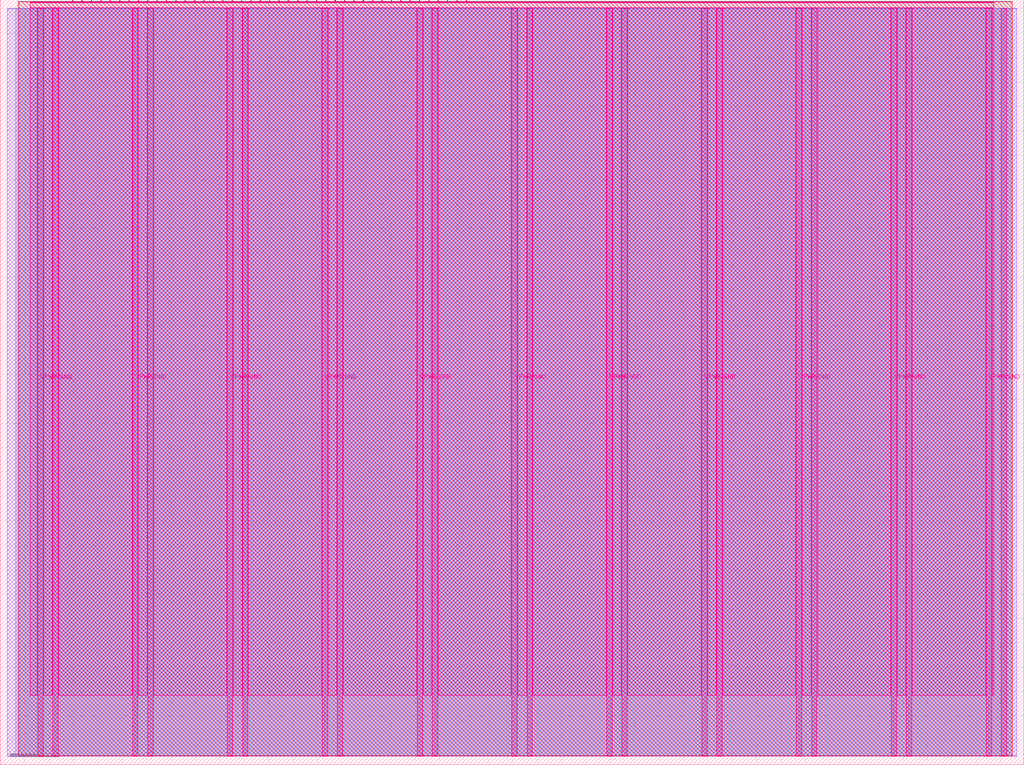
<source format=lef>
VERSION 5.7 ;
  NOWIREEXTENSIONATPIN ON ;
  DIVIDERCHAR "/" ;
  BUSBITCHARS "[]" ;
MACRO tt_um_arud4172_ROOTS_vga
  CLASS BLOCK ;
  FOREIGN tt_um_arud4172_ROOTS_vga ;
  ORIGIN 0.000 0.000 ;
  SIZE 419.520 BY 313.740 ;
  PIN VGND
    DIRECTION INOUT ;
    USE GROUND ;
    PORT
      LAYER Metal5 ;
        RECT 21.580 3.560 23.780 310.180 ;
    END
    PORT
      LAYER Metal5 ;
        RECT 60.450 3.560 62.650 310.180 ;
    END
    PORT
      LAYER Metal5 ;
        RECT 99.320 3.560 101.520 310.180 ;
    END
    PORT
      LAYER Metal5 ;
        RECT 138.190 3.560 140.390 310.180 ;
    END
    PORT
      LAYER Metal5 ;
        RECT 177.060 3.560 179.260 310.180 ;
    END
    PORT
      LAYER Metal5 ;
        RECT 215.930 3.560 218.130 310.180 ;
    END
    PORT
      LAYER Metal5 ;
        RECT 254.800 3.560 257.000 310.180 ;
    END
    PORT
      LAYER Metal5 ;
        RECT 293.670 3.560 295.870 310.180 ;
    END
    PORT
      LAYER Metal5 ;
        RECT 332.540 3.560 334.740 310.180 ;
    END
    PORT
      LAYER Metal5 ;
        RECT 371.410 3.560 373.610 310.180 ;
    END
    PORT
      LAYER Metal5 ;
        RECT 410.280 3.560 412.480 310.180 ;
    END
  END VGND
  PIN VPWR
    DIRECTION INOUT ;
    USE POWER ;
    PORT
      LAYER Metal5 ;
        RECT 15.380 3.560 17.580 310.180 ;
    END
    PORT
      LAYER Metal5 ;
        RECT 54.250 3.560 56.450 310.180 ;
    END
    PORT
      LAYER Metal5 ;
        RECT 93.120 3.560 95.320 310.180 ;
    END
    PORT
      LAYER Metal5 ;
        RECT 131.990 3.560 134.190 310.180 ;
    END
    PORT
      LAYER Metal5 ;
        RECT 170.860 3.560 173.060 310.180 ;
    END
    PORT
      LAYER Metal5 ;
        RECT 209.730 3.560 211.930 310.180 ;
    END
    PORT
      LAYER Metal5 ;
        RECT 248.600 3.560 250.800 310.180 ;
    END
    PORT
      LAYER Metal5 ;
        RECT 287.470 3.560 289.670 310.180 ;
    END
    PORT
      LAYER Metal5 ;
        RECT 326.340 3.560 328.540 310.180 ;
    END
    PORT
      LAYER Metal5 ;
        RECT 365.210 3.560 367.410 310.180 ;
    END
    PORT
      LAYER Metal5 ;
        RECT 404.080 3.560 406.280 310.180 ;
    END
  END VPWR
  PIN clk
    DIRECTION INPUT ;
    USE SIGNAL ;
    ANTENNAGATEAREA 0.213200 ;
    PORT
      LAYER Metal5 ;
        RECT 187.050 312.740 187.350 313.740 ;
    END
  END clk
  PIN ena
    DIRECTION INPUT ;
    USE SIGNAL ;
    PORT
      LAYER Metal5 ;
        RECT 190.890 312.740 191.190 313.740 ;
    END
  END ena
  PIN rst_n
    DIRECTION INPUT ;
    USE SIGNAL ;
    ANTENNAGATEAREA 0.213200 ;
    PORT
      LAYER Metal5 ;
        RECT 183.210 312.740 183.510 313.740 ;
    END
  END rst_n
  PIN ui_in[0]
    DIRECTION INPUT ;
    USE SIGNAL ;
    ANTENNAGATEAREA 0.180700 ;
    PORT
      LAYER Metal5 ;
        RECT 179.370 312.740 179.670 313.740 ;
    END
  END ui_in[0]
  PIN ui_in[1]
    DIRECTION INPUT ;
    USE SIGNAL ;
    ANTENNAGATEAREA 0.180700 ;
    PORT
      LAYER Metal5 ;
        RECT 175.530 312.740 175.830 313.740 ;
    END
  END ui_in[1]
  PIN ui_in[2]
    DIRECTION INPUT ;
    USE SIGNAL ;
    PORT
      LAYER Metal5 ;
        RECT 171.690 312.740 171.990 313.740 ;
    END
  END ui_in[2]
  PIN ui_in[3]
    DIRECTION INPUT ;
    USE SIGNAL ;
    PORT
      LAYER Metal5 ;
        RECT 167.850 312.740 168.150 313.740 ;
    END
  END ui_in[3]
  PIN ui_in[4]
    DIRECTION INPUT ;
    USE SIGNAL ;
    PORT
      LAYER Metal5 ;
        RECT 164.010 312.740 164.310 313.740 ;
    END
  END ui_in[4]
  PIN ui_in[5]
    DIRECTION INPUT ;
    USE SIGNAL ;
    PORT
      LAYER Metal5 ;
        RECT 160.170 312.740 160.470 313.740 ;
    END
  END ui_in[5]
  PIN ui_in[6]
    DIRECTION INPUT ;
    USE SIGNAL ;
    PORT
      LAYER Metal5 ;
        RECT 156.330 312.740 156.630 313.740 ;
    END
  END ui_in[6]
  PIN ui_in[7]
    DIRECTION INPUT ;
    USE SIGNAL ;
    PORT
      LAYER Metal5 ;
        RECT 152.490 312.740 152.790 313.740 ;
    END
  END ui_in[7]
  PIN uio_in[0]
    DIRECTION INPUT ;
    USE SIGNAL ;
    PORT
      LAYER Metal5 ;
        RECT 148.650 312.740 148.950 313.740 ;
    END
  END uio_in[0]
  PIN uio_in[1]
    DIRECTION INPUT ;
    USE SIGNAL ;
    PORT
      LAYER Metal5 ;
        RECT 144.810 312.740 145.110 313.740 ;
    END
  END uio_in[1]
  PIN uio_in[2]
    DIRECTION INPUT ;
    USE SIGNAL ;
    PORT
      LAYER Metal5 ;
        RECT 140.970 312.740 141.270 313.740 ;
    END
  END uio_in[2]
  PIN uio_in[3]
    DIRECTION INPUT ;
    USE SIGNAL ;
    PORT
      LAYER Metal5 ;
        RECT 137.130 312.740 137.430 313.740 ;
    END
  END uio_in[3]
  PIN uio_in[4]
    DIRECTION INPUT ;
    USE SIGNAL ;
    PORT
      LAYER Metal5 ;
        RECT 133.290 312.740 133.590 313.740 ;
    END
  END uio_in[4]
  PIN uio_in[5]
    DIRECTION INPUT ;
    USE SIGNAL ;
    PORT
      LAYER Metal5 ;
        RECT 129.450 312.740 129.750 313.740 ;
    END
  END uio_in[5]
  PIN uio_in[6]
    DIRECTION INPUT ;
    USE SIGNAL ;
    PORT
      LAYER Metal5 ;
        RECT 125.610 312.740 125.910 313.740 ;
    END
  END uio_in[6]
  PIN uio_in[7]
    DIRECTION INPUT ;
    USE SIGNAL ;
    PORT
      LAYER Metal5 ;
        RECT 121.770 312.740 122.070 313.740 ;
    END
  END uio_in[7]
  PIN uio_oe[0]
    DIRECTION OUTPUT ;
    USE SIGNAL ;
    ANTENNADIFFAREA 0.299200 ;
    PORT
      LAYER Metal5 ;
        RECT 56.490 312.740 56.790 313.740 ;
    END
  END uio_oe[0]
  PIN uio_oe[1]
    DIRECTION OUTPUT ;
    USE SIGNAL ;
    ANTENNADIFFAREA 0.299200 ;
    PORT
      LAYER Metal5 ;
        RECT 52.650 312.740 52.950 313.740 ;
    END
  END uio_oe[1]
  PIN uio_oe[2]
    DIRECTION OUTPUT ;
    USE SIGNAL ;
    ANTENNADIFFAREA 0.299200 ;
    PORT
      LAYER Metal5 ;
        RECT 48.810 312.740 49.110 313.740 ;
    END
  END uio_oe[2]
  PIN uio_oe[3]
    DIRECTION OUTPUT ;
    USE SIGNAL ;
    ANTENNADIFFAREA 0.299200 ;
    PORT
      LAYER Metal5 ;
        RECT 44.970 312.740 45.270 313.740 ;
    END
  END uio_oe[3]
  PIN uio_oe[4]
    DIRECTION OUTPUT ;
    USE SIGNAL ;
    ANTENNADIFFAREA 0.299200 ;
    PORT
      LAYER Metal5 ;
        RECT 41.130 312.740 41.430 313.740 ;
    END
  END uio_oe[4]
  PIN uio_oe[5]
    DIRECTION OUTPUT ;
    USE SIGNAL ;
    ANTENNADIFFAREA 0.299200 ;
    PORT
      LAYER Metal5 ;
        RECT 37.290 312.740 37.590 313.740 ;
    END
  END uio_oe[5]
  PIN uio_oe[6]
    DIRECTION OUTPUT ;
    USE SIGNAL ;
    ANTENNADIFFAREA 0.299200 ;
    PORT
      LAYER Metal5 ;
        RECT 33.450 312.740 33.750 313.740 ;
    END
  END uio_oe[6]
  PIN uio_oe[7]
    DIRECTION OUTPUT ;
    USE SIGNAL ;
    ANTENNADIFFAREA 0.299200 ;
    PORT
      LAYER Metal5 ;
        RECT 29.610 312.740 29.910 313.740 ;
    END
  END uio_oe[7]
  PIN uio_out[0]
    DIRECTION OUTPUT ;
    USE SIGNAL ;
    ANTENNADIFFAREA 0.299200 ;
    PORT
      LAYER Metal5 ;
        RECT 87.210 312.740 87.510 313.740 ;
    END
  END uio_out[0]
  PIN uio_out[1]
    DIRECTION OUTPUT ;
    USE SIGNAL ;
    ANTENNADIFFAREA 0.299200 ;
    PORT
      LAYER Metal5 ;
        RECT 83.370 312.740 83.670 313.740 ;
    END
  END uio_out[1]
  PIN uio_out[2]
    DIRECTION OUTPUT ;
    USE SIGNAL ;
    ANTENNADIFFAREA 0.299200 ;
    PORT
      LAYER Metal5 ;
        RECT 79.530 312.740 79.830 313.740 ;
    END
  END uio_out[2]
  PIN uio_out[3]
    DIRECTION OUTPUT ;
    USE SIGNAL ;
    ANTENNADIFFAREA 0.299200 ;
    PORT
      LAYER Metal5 ;
        RECT 75.690 312.740 75.990 313.740 ;
    END
  END uio_out[3]
  PIN uio_out[4]
    DIRECTION OUTPUT ;
    USE SIGNAL ;
    ANTENNADIFFAREA 0.299200 ;
    PORT
      LAYER Metal5 ;
        RECT 71.850 312.740 72.150 313.740 ;
    END
  END uio_out[4]
  PIN uio_out[5]
    DIRECTION OUTPUT ;
    USE SIGNAL ;
    ANTENNADIFFAREA 0.299200 ;
    PORT
      LAYER Metal5 ;
        RECT 68.010 312.740 68.310 313.740 ;
    END
  END uio_out[5]
  PIN uio_out[6]
    DIRECTION OUTPUT ;
    USE SIGNAL ;
    ANTENNADIFFAREA 0.299200 ;
    PORT
      LAYER Metal5 ;
        RECT 64.170 312.740 64.470 313.740 ;
    END
  END uio_out[6]
  PIN uio_out[7]
    DIRECTION OUTPUT ;
    USE SIGNAL ;
    ANTENNADIFFAREA 0.299200 ;
    PORT
      LAYER Metal5 ;
        RECT 60.330 312.740 60.630 313.740 ;
    END
  END uio_out[7]
  PIN uo_out[0]
    DIRECTION OUTPUT ;
    USE SIGNAL ;
    ANTENNADIFFAREA 0.632400 ;
    PORT
      LAYER Metal5 ;
        RECT 117.930 312.740 118.230 313.740 ;
    END
  END uo_out[0]
  PIN uo_out[1]
    DIRECTION OUTPUT ;
    USE SIGNAL ;
    ANTENNADIFFAREA 0.632400 ;
    PORT
      LAYER Metal5 ;
        RECT 114.090 312.740 114.390 313.740 ;
    END
  END uo_out[1]
  PIN uo_out[2]
    DIRECTION OUTPUT ;
    USE SIGNAL ;
    ANTENNADIFFAREA 0.632400 ;
    PORT
      LAYER Metal5 ;
        RECT 110.250 312.740 110.550 313.740 ;
    END
  END uo_out[2]
  PIN uo_out[3]
    DIRECTION OUTPUT ;
    USE SIGNAL ;
    ANTENNADIFFAREA 0.706800 ;
    PORT
      LAYER Metal5 ;
        RECT 106.410 312.740 106.710 313.740 ;
    END
  END uo_out[3]
  PIN uo_out[4]
    DIRECTION OUTPUT ;
    USE SIGNAL ;
    ANTENNADIFFAREA 0.632400 ;
    PORT
      LAYER Metal5 ;
        RECT 102.570 312.740 102.870 313.740 ;
    END
  END uo_out[4]
  PIN uo_out[5]
    DIRECTION OUTPUT ;
    USE SIGNAL ;
    ANTENNADIFFAREA 0.632400 ;
    PORT
      LAYER Metal5 ;
        RECT 98.730 312.740 99.030 313.740 ;
    END
  END uo_out[5]
  PIN uo_out[6]
    DIRECTION OUTPUT ;
    USE SIGNAL ;
    ANTENNADIFFAREA 0.632400 ;
    PORT
      LAYER Metal5 ;
        RECT 94.890 312.740 95.190 313.740 ;
    END
  END uo_out[6]
  PIN uo_out[7]
    DIRECTION OUTPUT ;
    USE SIGNAL ;
    ANTENNADIFFAREA 0.706800 ;
    PORT
      LAYER Metal5 ;
        RECT 91.050 312.740 91.350 313.740 ;
    END
  END uo_out[7]
  OBS
      LAYER GatPoly ;
        RECT 2.880 3.630 416.640 310.110 ;
      LAYER Metal1 ;
        RECT 2.880 3.560 416.640 310.180 ;
      LAYER Metal2 ;
        RECT 6.445 3.680 414.865 310.060 ;
      LAYER Metal3 ;
        RECT 7.100 3.635 414.820 313.045 ;
      LAYER Metal4 ;
        RECT 7.535 3.680 414.865 313.000 ;
      LAYER Metal5 ;
        RECT 12.380 312.530 29.400 312.740 ;
        RECT 30.120 312.530 33.240 312.740 ;
        RECT 33.960 312.530 37.080 312.740 ;
        RECT 37.800 312.530 40.920 312.740 ;
        RECT 41.640 312.530 44.760 312.740 ;
        RECT 45.480 312.530 48.600 312.740 ;
        RECT 49.320 312.530 52.440 312.740 ;
        RECT 53.160 312.530 56.280 312.740 ;
        RECT 57.000 312.530 60.120 312.740 ;
        RECT 60.840 312.530 63.960 312.740 ;
        RECT 64.680 312.530 67.800 312.740 ;
        RECT 68.520 312.530 71.640 312.740 ;
        RECT 72.360 312.530 75.480 312.740 ;
        RECT 76.200 312.530 79.320 312.740 ;
        RECT 80.040 312.530 83.160 312.740 ;
        RECT 83.880 312.530 87.000 312.740 ;
        RECT 87.720 312.530 90.840 312.740 ;
        RECT 91.560 312.530 94.680 312.740 ;
        RECT 95.400 312.530 98.520 312.740 ;
        RECT 99.240 312.530 102.360 312.740 ;
        RECT 103.080 312.530 106.200 312.740 ;
        RECT 106.920 312.530 110.040 312.740 ;
        RECT 110.760 312.530 113.880 312.740 ;
        RECT 114.600 312.530 117.720 312.740 ;
        RECT 118.440 312.530 121.560 312.740 ;
        RECT 122.280 312.530 125.400 312.740 ;
        RECT 126.120 312.530 129.240 312.740 ;
        RECT 129.960 312.530 133.080 312.740 ;
        RECT 133.800 312.530 136.920 312.740 ;
        RECT 137.640 312.530 140.760 312.740 ;
        RECT 141.480 312.530 144.600 312.740 ;
        RECT 145.320 312.530 148.440 312.740 ;
        RECT 149.160 312.530 152.280 312.740 ;
        RECT 153.000 312.530 156.120 312.740 ;
        RECT 156.840 312.530 159.960 312.740 ;
        RECT 160.680 312.530 163.800 312.740 ;
        RECT 164.520 312.530 167.640 312.740 ;
        RECT 168.360 312.530 171.480 312.740 ;
        RECT 172.200 312.530 175.320 312.740 ;
        RECT 176.040 312.530 179.160 312.740 ;
        RECT 179.880 312.530 183.000 312.740 ;
        RECT 183.720 312.530 186.840 312.740 ;
        RECT 187.560 312.530 190.680 312.740 ;
        RECT 191.400 312.530 407.140 312.740 ;
        RECT 12.380 310.390 407.140 312.530 ;
        RECT 12.380 28.415 15.170 310.390 ;
        RECT 17.790 28.415 21.370 310.390 ;
        RECT 23.990 28.415 54.040 310.390 ;
        RECT 56.660 28.415 60.240 310.390 ;
        RECT 62.860 28.415 92.910 310.390 ;
        RECT 95.530 28.415 99.110 310.390 ;
        RECT 101.730 28.415 131.780 310.390 ;
        RECT 134.400 28.415 137.980 310.390 ;
        RECT 140.600 28.415 170.650 310.390 ;
        RECT 173.270 28.415 176.850 310.390 ;
        RECT 179.470 28.415 209.520 310.390 ;
        RECT 212.140 28.415 215.720 310.390 ;
        RECT 218.340 28.415 248.390 310.390 ;
        RECT 251.010 28.415 254.590 310.390 ;
        RECT 257.210 28.415 287.260 310.390 ;
        RECT 289.880 28.415 293.460 310.390 ;
        RECT 296.080 28.415 326.130 310.390 ;
        RECT 328.750 28.415 332.330 310.390 ;
        RECT 334.950 28.415 365.000 310.390 ;
        RECT 367.620 28.415 371.200 310.390 ;
        RECT 373.820 28.415 403.870 310.390 ;
        RECT 406.490 28.415 407.140 310.390 ;
  END
END tt_um_arud4172_ROOTS_vga
END LIBRARY


</source>
